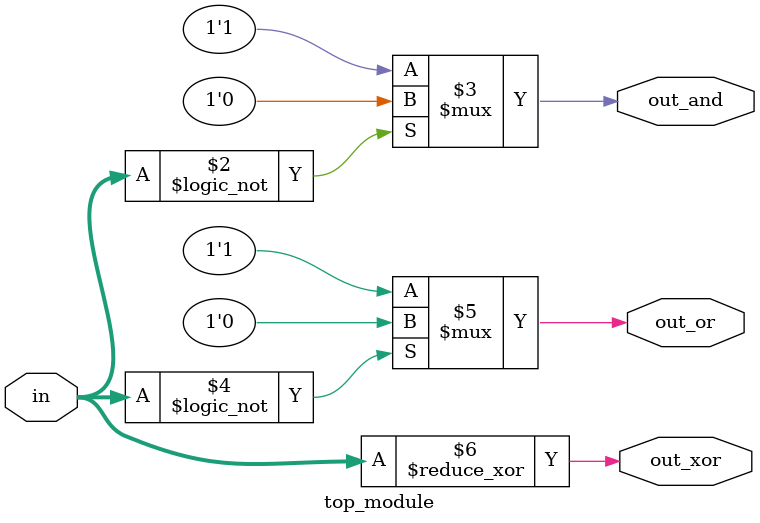
<source format=sv>
module top_module (
    input [99:0] in,
    output reg out_and,
    output reg out_or,
    output reg out_xor
);

always @(*) begin
    // Perform logical AND operation
    out_and = (in == 100'b0) ? 1'b0 : 1'b1;
    
    // Perform logical OR operation
    out_or = (in == 100'b0) ? 1'b0 : 1'b1;
    
    // Perform logical XOR operation
    out_xor = ^in;
end

endmodule

</source>
